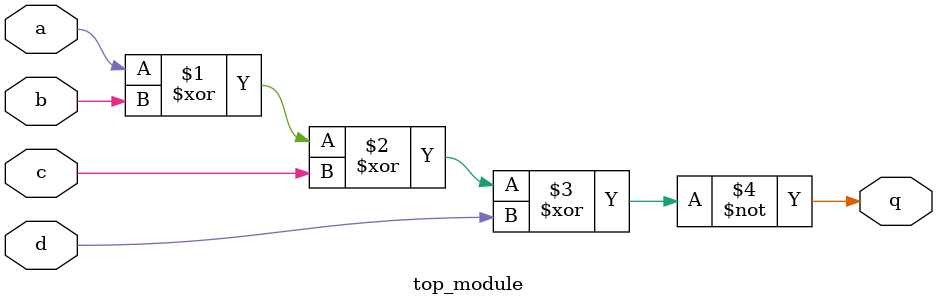
<source format=v>
module top_module (
    input a,
    input b,
    input c,
    input d,
    output q );//

    assign q = ~(a ^ b ^ c ^ d); 

endmodule

</source>
